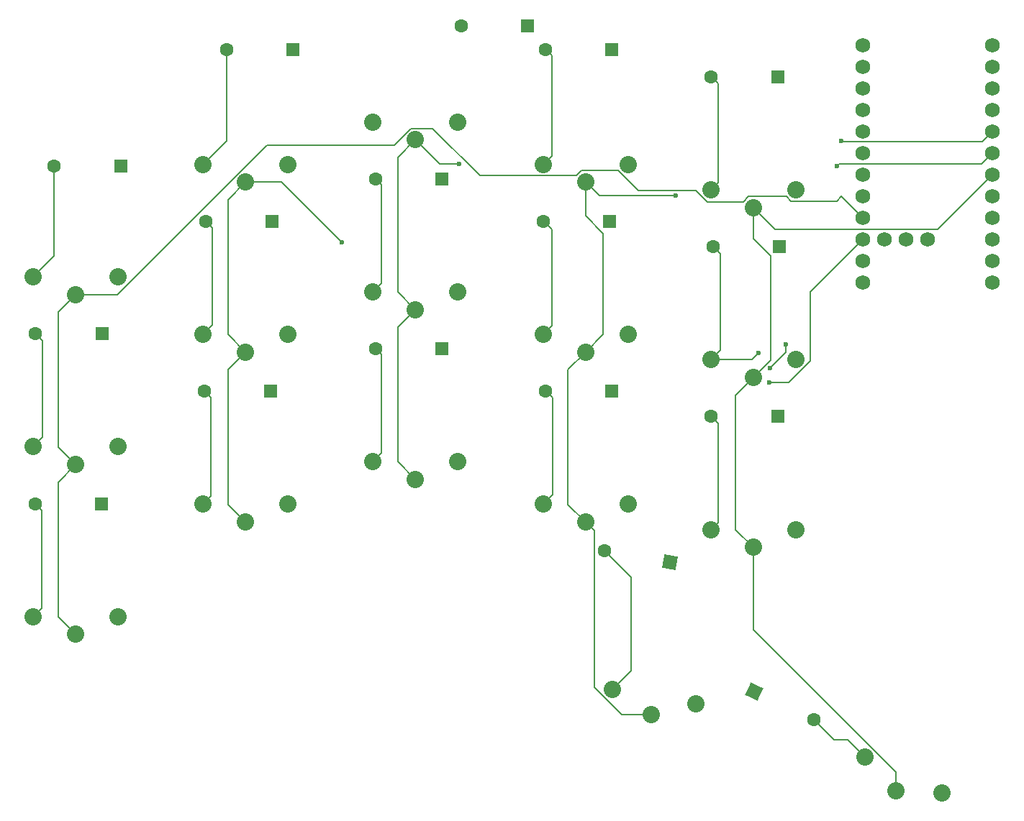
<source format=gbr>
%TF.GenerationSoftware,KiCad,Pcbnew,9.0.2*%
%TF.CreationDate,2025-05-24T14:32:54-04:00*%
%TF.ProjectId,ErgoDecks,4572676f-4465-4636-9b73-2e6b69636164,rev?*%
%TF.SameCoordinates,Original*%
%TF.FileFunction,Copper,L1,Top*%
%TF.FilePolarity,Positive*%
%FSLAX46Y46*%
G04 Gerber Fmt 4.6, Leading zero omitted, Abs format (unit mm)*
G04 Created by KiCad (PCBNEW 9.0.2) date 2025-05-24 14:32:54*
%MOMM*%
%LPD*%
G01*
G04 APERTURE LIST*
G04 Aperture macros list*
%AMRotRect*
0 Rectangle, with rotation*
0 The origin of the aperture is its center*
0 $1 length*
0 $2 width*
0 $3 Rotation angle, in degrees counterclockwise*
0 Add horizontal line*
21,1,$1,$2,0,0,$3*%
G04 Aperture macros list end*
%TA.AperFunction,ComponentPad*%
%ADD10C,2.032000*%
%TD*%
%TA.AperFunction,ComponentPad*%
%ADD11C,1.752600*%
%TD*%
%TA.AperFunction,ComponentPad*%
%ADD12R,1.600000X1.600000*%
%TD*%
%TA.AperFunction,ComponentPad*%
%ADD13C,1.600000*%
%TD*%
%TA.AperFunction,ComponentPad*%
%ADD14RotRect,1.600000X1.600000X170.000000*%
%TD*%
%TA.AperFunction,ComponentPad*%
%ADD15RotRect,1.600000X1.600000X335.000000*%
%TD*%
%TA.AperFunction,ViaPad*%
%ADD16C,0.600000*%
%TD*%
%TA.AperFunction,Conductor*%
%ADD17C,0.200000*%
%TD*%
G04 APERTURE END LIST*
D10*
%TO.P,K15,1*%
%TO.N,/Col4*%
X107150000Y-115650000D03*
%TO.P,K15,2*%
%TO.N,Net-(D15-A)*%
X102150000Y-113550000D03*
X112150000Y-113550000D03*
%TD*%
%TO.P,K1,1*%
%TO.N,/Col0*%
X27400000Y-85900000D03*
%TO.P,K1,2*%
%TO.N,Net-(D1-A)*%
X22400000Y-83800000D03*
X32400000Y-83800000D03*
%TD*%
%TO.P,K17,1*%
%TO.N,/Col4*%
X123906552Y-144347216D03*
%TO.P,K17,2*%
%TO.N,Net-(D17-A)*%
X120262512Y-140330878D03*
X129325590Y-144557061D03*
%TD*%
%TO.P,K9,1*%
%TO.N,/Col2*%
X67400000Y-107650000D03*
%TO.P,K9,2*%
%TO.N,Net-(D9-A)*%
X62400000Y-105550000D03*
X72400000Y-105550000D03*
%TD*%
%TO.P,K16,1*%
%TO.N,/Col3*%
X95125476Y-135310366D03*
%TO.P,K16,2*%
%TO.N,Net-(D16-A)*%
X90566098Y-132374029D03*
X100414176Y-134110510D03*
%TD*%
%TO.P,K5,1*%
%TO.N,/Col1*%
X47400000Y-92650000D03*
%TO.P,K5,2*%
%TO.N,Net-(D5-A)*%
X42400000Y-90550000D03*
X52400000Y-90550000D03*
%TD*%
D11*
%TO.P,U1,1,TX0/P0.06*%
%TO.N,unconnected-(U1-TX0{slash}P0.06-Pad1)*%
X120030000Y-56530000D03*
%TO.P,U1,2,RX1/P0.08*%
%TO.N,unconnected-(U1-RX1{slash}P0.08-Pad2)*%
X120030000Y-59070000D03*
%TO.P,U1,3,GND*%
%TO.N,unconnected-(U1-GND-Pad3)*%
X120030000Y-61610000D03*
%TO.P,U1,4,GND*%
%TO.N,unconnected-(U1-GND-Pad4)*%
X120030000Y-64150000D03*
%TO.P,U1,5,P0.17*%
%TO.N,/Row0*%
X120030000Y-66690000D03*
%TO.P,U1,6,P0.20*%
%TO.N,/Row1*%
X120030000Y-69230000D03*
%TO.P,U1,7,P0.22*%
%TO.N,/Row2*%
X120030000Y-71770000D03*
%TO.P,U1,8,P0.24*%
%TO.N,/Row3*%
X120030000Y-74310000D03*
%TO.P,U1,9,P1.00*%
%TO.N,/Col0*%
X120030000Y-76850000D03*
%TO.P,U1,10,P0.11*%
%TO.N,/Col1*%
X120030000Y-79390000D03*
%TO.P,U1,11,P1.04*%
%TO.N,unconnected-(U1-P1.04-Pad11)*%
X120030000Y-81930000D03*
%TO.P,U1,12,P1.06*%
%TO.N,unconnected-(U1-P1.06-Pad12)*%
X120030000Y-84470000D03*
%TO.P,U1,13,NFC1/P0.09*%
%TO.N,unconnected-(U1-NFC1{slash}P0.09-Pad13)*%
X135270000Y-84470000D03*
%TO.P,U1,14,NFC2/P0.10*%
%TO.N,unconnected-(U1-NFC2{slash}P0.10-Pad14)*%
X135270000Y-81930000D03*
%TO.P,U1,15,P1.11*%
%TO.N,unconnected-(U1-P1.11-Pad15)*%
X135270000Y-79390000D03*
%TO.P,U1,16,P1.13*%
%TO.N,unconnected-(U1-P1.13-Pad16)*%
X135270000Y-76850000D03*
%TO.P,U1,17,P1.15*%
%TO.N,unconnected-(U1-P1.15-Pad17)*%
X135270000Y-74310000D03*
%TO.P,U1,18,AIN0/P0.02*%
%TO.N,/Col4*%
X135270000Y-71770000D03*
%TO.P,U1,19,AIN5/P0.29*%
%TO.N,/Col3*%
X135270000Y-69230000D03*
%TO.P,U1,20,AIN7/P0.31*%
%TO.N,/Col2*%
X135270000Y-66690000D03*
%TO.P,U1,21,VCC*%
%TO.N,unconnected-(U1-VCC-Pad21)*%
X135270000Y-64150000D03*
%TO.P,U1,22,RST*%
%TO.N,unconnected-(U1-RST-Pad22)*%
X135270000Y-61610000D03*
%TO.P,U1,23,GND*%
%TO.N,unconnected-(U1-GND-Pad23)*%
X135270000Y-59070000D03*
%TO.P,U1,24,BATIN/P0.04*%
%TO.N,unconnected-(U1-BATIN{slash}P0.04-Pad24)*%
X135270000Y-56530000D03*
%TO.P,U1,31,P1.01*%
%TO.N,unconnected-(U1-P1.01-Pad31)*%
X122570000Y-79390000D03*
%TO.P,U1,32,P1.02*%
%TO.N,unconnected-(U1-P1.02-Pad32)*%
X125110000Y-79390000D03*
%TO.P,U1,33,P1.07*%
%TO.N,unconnected-(U1-P1.07-Pad33)*%
X127650000Y-79390000D03*
%TD*%
D10*
%TO.P,K6,1*%
%TO.N,/Col1*%
X47400000Y-112650000D03*
%TO.P,K6,2*%
%TO.N,Net-(D6-A)*%
X42400000Y-110550000D03*
X52400000Y-110550000D03*
%TD*%
%TO.P,K4,1*%
%TO.N,/Col1*%
X47400000Y-72650000D03*
%TO.P,K4,2*%
%TO.N,Net-(D4-A)*%
X42400000Y-70550000D03*
X52400000Y-70550000D03*
%TD*%
%TO.P,K3,1*%
%TO.N,/Col0*%
X27400000Y-125900000D03*
%TO.P,K3,2*%
%TO.N,Net-(D3-A)*%
X22400000Y-123800000D03*
X32400000Y-123800000D03*
%TD*%
%TO.P,K7,1*%
%TO.N,/Col2*%
X67400000Y-67650000D03*
%TO.P,K7,2*%
%TO.N,Net-(D7-A)*%
X62400000Y-65550000D03*
X72400000Y-65550000D03*
%TD*%
%TO.P,K8,1*%
%TO.N,/Col2*%
X67400000Y-87650000D03*
%TO.P,K8,2*%
%TO.N,Net-(D8-A)*%
X62400000Y-85550000D03*
X72400000Y-85550000D03*
%TD*%
%TO.P,K13,1*%
%TO.N,/Col4*%
X107150000Y-75650000D03*
%TO.P,K13,2*%
%TO.N,Net-(D13-A)*%
X102150000Y-73550000D03*
X112150000Y-73550000D03*
%TD*%
%TO.P,K2,1*%
%TO.N,/Col0*%
X27400000Y-105900000D03*
%TO.P,K2,2*%
%TO.N,Net-(D2-A)*%
X22400000Y-103800000D03*
X32400000Y-103800000D03*
%TD*%
%TO.P,K11,1*%
%TO.N,/Col3*%
X87400000Y-92650000D03*
%TO.P,K11,2*%
%TO.N,Net-(D11-A)*%
X82400000Y-90550000D03*
X92400000Y-90550000D03*
%TD*%
%TO.P,K14,1*%
%TO.N,/Col4*%
X107150000Y-95650000D03*
%TO.P,K14,2*%
%TO.N,Net-(D14-A)*%
X102150000Y-93550000D03*
X112150000Y-93550000D03*
%TD*%
%TO.P,K10,1*%
%TO.N,/Col3*%
X87400000Y-72650000D03*
%TO.P,K10,2*%
%TO.N,Net-(D10-A)*%
X82400000Y-70550000D03*
X92400000Y-70550000D03*
%TD*%
%TO.P,K12,1*%
%TO.N,/Col3*%
X87400000Y-112650000D03*
%TO.P,K12,2*%
%TO.N,Net-(D12-A)*%
X82400000Y-110550000D03*
X92400000Y-110550000D03*
%TD*%
D12*
%TO.P,D3,1,K*%
%TO.N,/Row2*%
X30425000Y-110500000D03*
D13*
%TO.P,D3,2,A*%
%TO.N,Net-(D3-A)*%
X22625000Y-110500000D03*
%TD*%
D12*
%TO.P,D7,1,K*%
%TO.N,/Row0*%
X80575000Y-54250000D03*
D13*
%TO.P,D7,2,A*%
%TO.N,Net-(D7-A)*%
X72775000Y-54250000D03*
%TD*%
D12*
%TO.P,D11,1,K*%
%TO.N,/Row1*%
X90250000Y-77250000D03*
D13*
%TO.P,D11,2,A*%
%TO.N,Net-(D11-A)*%
X82450000Y-77250000D03*
%TD*%
D12*
%TO.P,D8,1,K*%
%TO.N,/Row1*%
X70500000Y-72250000D03*
D13*
%TO.P,D8,2,A*%
%TO.N,Net-(D8-A)*%
X62700000Y-72250000D03*
%TD*%
D12*
%TO.P,D2,1,K*%
%TO.N,/Row1*%
X30500000Y-90500000D03*
D13*
%TO.P,D2,2,A*%
%TO.N,Net-(D2-A)*%
X22700000Y-90500000D03*
%TD*%
D12*
%TO.P,D6,1,K*%
%TO.N,/Row2*%
X50324999Y-97250000D03*
D13*
%TO.P,D6,2,A*%
%TO.N,Net-(D6-A)*%
X42525001Y-97250000D03*
%TD*%
D12*
%TO.P,D15,1,K*%
%TO.N,/Row2*%
X110000000Y-100250000D03*
D13*
%TO.P,D15,2,A*%
%TO.N,Net-(D15-A)*%
X102200000Y-100250000D03*
%TD*%
D12*
%TO.P,D13,1,K*%
%TO.N,/Row0*%
X110000000Y-60250000D03*
D13*
%TO.P,D13,2,A*%
%TO.N,Net-(D13-A)*%
X102200000Y-60250000D03*
%TD*%
D12*
%TO.P,D10,1,K*%
%TO.N,/Row0*%
X90500000Y-57000000D03*
D13*
%TO.P,D10,2,A*%
%TO.N,Net-(D10-A)*%
X82700000Y-57000000D03*
%TD*%
D12*
%TO.P,D12,1,K*%
%TO.N,/Row2*%
X90500000Y-97250000D03*
D13*
%TO.P,D12,2,A*%
%TO.N,Net-(D12-A)*%
X82700000Y-97250000D03*
%TD*%
D14*
%TO.P,D16,1,K*%
%TO.N,/Row3*%
X97340750Y-117427228D03*
D13*
%TO.P,D16,2,A*%
%TO.N,Net-(D16-A)*%
X89659250Y-116072772D03*
%TD*%
D12*
%TO.P,D9,1,K*%
%TO.N,/Row2*%
X70500000Y-92250000D03*
D13*
%TO.P,D9,2,A*%
%TO.N,Net-(D9-A)*%
X62700000Y-92250000D03*
%TD*%
D15*
%TO.P,D17,1,K*%
%TO.N,/Row3*%
X107215400Y-132601789D03*
D13*
%TO.P,D17,2,A*%
%TO.N,Net-(D17-A)*%
X114284600Y-135898211D03*
%TD*%
D12*
%TO.P,D1,1,K*%
%TO.N,/Row0*%
X32700000Y-70750000D03*
D13*
%TO.P,D1,2,A*%
%TO.N,Net-(D1-A)*%
X24900000Y-70750000D03*
%TD*%
D12*
%TO.P,D5,1,K*%
%TO.N,/Row1*%
X50500000Y-77250000D03*
D13*
%TO.P,D5,2,A*%
%TO.N,Net-(D5-A)*%
X42700000Y-77250000D03*
%TD*%
D12*
%TO.P,D4,1,K*%
%TO.N,/Row0*%
X52950000Y-57000000D03*
D13*
%TO.P,D4,2,A*%
%TO.N,Net-(D4-A)*%
X45150000Y-57000000D03*
%TD*%
D12*
%TO.P,D14,1,K*%
%TO.N,/Row1*%
X110250000Y-80250000D03*
D13*
%TO.P,D14,2,A*%
%TO.N,Net-(D14-A)*%
X102450000Y-80250000D03*
%TD*%
D16*
%TO.N,Net-(D14-A)*%
X111000000Y-91750000D03*
X109074265Y-94574265D03*
X107750000Y-92750000D03*
%TO.N,/Col1*%
X58750000Y-79750000D03*
X109000000Y-96250000D03*
%TO.N,/Col2*%
X72500000Y-70500000D03*
X117500000Y-67750000D03*
%TO.N,/Col3*%
X98000000Y-74250000D03*
X117000000Y-70750000D03*
%TD*%
D17*
%TO.N,Net-(D1-A)*%
X24900000Y-81300000D02*
X22400000Y-83800000D01*
X24900000Y-70750000D02*
X24900000Y-81300000D01*
%TO.N,Net-(D2-A)*%
X23499999Y-91299999D02*
X23499999Y-102700001D01*
X23499999Y-102700001D02*
X22400000Y-103800000D01*
X22700000Y-90500000D02*
X23499999Y-91299999D01*
%TO.N,Net-(D3-A)*%
X22625000Y-110500000D02*
X23424999Y-111299999D01*
X23424999Y-111299999D02*
X23424999Y-122775001D01*
X23424999Y-122775001D02*
X22400000Y-123800000D01*
%TO.N,Net-(D4-A)*%
X45150000Y-67800000D02*
X42400000Y-70550000D01*
X45150000Y-57000000D02*
X45150000Y-67800000D01*
%TO.N,Net-(D5-A)*%
X43499999Y-78049999D02*
X43499999Y-89450001D01*
X42700000Y-77250000D02*
X43499999Y-78049999D01*
X43499999Y-89450001D02*
X42400000Y-90550000D01*
%TO.N,Net-(D6-A)*%
X43325000Y-109625000D02*
X42400000Y-110550000D01*
X42525001Y-97250000D02*
X43325000Y-98049999D01*
X43325000Y-98049999D02*
X43325000Y-109625000D01*
%TO.N,Net-(D8-A)*%
X63415999Y-72965999D02*
X62700000Y-72250000D01*
X62400000Y-85550000D02*
X63415999Y-84534001D01*
X63415999Y-84534001D02*
X63415999Y-72965999D01*
%TO.N,Net-(D9-A)*%
X63415999Y-104534001D02*
X63415999Y-92965999D01*
X62400000Y-105550000D02*
X63415999Y-104534001D01*
X63415999Y-92965999D02*
X62700000Y-92250000D01*
%TO.N,Net-(D10-A)*%
X83415999Y-57715999D02*
X82700000Y-57000000D01*
X82400000Y-70550000D02*
X83415999Y-69534001D01*
X83415999Y-69534001D02*
X83415999Y-57715999D01*
%TO.N,Net-(D11-A)*%
X83415999Y-78215999D02*
X82450000Y-77250000D01*
X83415999Y-89534001D02*
X83415999Y-78215999D01*
X82400000Y-90550000D02*
X83415999Y-89534001D01*
%TO.N,Net-(D12-A)*%
X82700000Y-97250000D02*
X83499999Y-98049999D01*
X83499999Y-98049999D02*
X83499999Y-109450001D01*
X83499999Y-109450001D02*
X82400000Y-110550000D01*
%TO.N,Net-(D13-A)*%
X102200000Y-60250000D02*
X102999999Y-61049999D01*
X102999999Y-72700001D02*
X102150000Y-73550000D01*
X102999999Y-61049999D02*
X102999999Y-72700001D01*
%TO.N,Net-(D14-A)*%
X102450000Y-80250000D02*
X103249999Y-81049999D01*
X111000000Y-91750000D02*
X111000000Y-92648530D01*
X103249999Y-81049999D02*
X103249999Y-92450001D01*
X103249999Y-92450001D02*
X102150000Y-93550000D01*
X106950000Y-93550000D02*
X102150000Y-93550000D01*
X107750000Y-92750000D02*
X106950000Y-93550000D01*
X111000000Y-92648530D02*
X109074265Y-94574265D01*
%TO.N,Net-(D15-A)*%
X102999999Y-101049999D02*
X102999999Y-112700001D01*
X102999999Y-112700001D02*
X102150000Y-113550000D01*
X102200000Y-100250000D02*
X102999999Y-101049999D01*
%TO.N,Net-(D16-A)*%
X92750269Y-130189858D02*
X90566098Y-132374029D01*
X92750269Y-119163791D02*
X92750269Y-130189858D01*
X89659250Y-116072772D02*
X92750269Y-119163791D01*
%TO.N,Net-(D17-A)*%
X116675669Y-138289280D02*
X114284600Y-135898211D01*
X120262512Y-140330878D02*
X118220914Y-138289280D01*
X118220914Y-138289280D02*
X116675669Y-138289280D01*
%TO.N,/Col0*%
X25334500Y-107965500D02*
X25334500Y-123834500D01*
X27400000Y-105900000D02*
X25334500Y-107965500D01*
X111070480Y-74333000D02*
X111604480Y-74867000D01*
X105937480Y-75000000D02*
X106604480Y-74333000D01*
X93636480Y-73649000D02*
X100386480Y-73649000D01*
X111604480Y-74867000D02*
X116979000Y-74867000D01*
X106604480Y-74333000D02*
X111070480Y-74333000D01*
X64937480Y-68250000D02*
X66854480Y-66333000D01*
X27400000Y-85900000D02*
X25334500Y-87965500D01*
X116979000Y-74867000D02*
X117513000Y-74333000D01*
X101737480Y-75000000D02*
X105937480Y-75000000D01*
X49937480Y-68250000D02*
X64937480Y-68250000D01*
X32287480Y-85900000D02*
X49937480Y-68250000D01*
X25334500Y-87965500D02*
X25334500Y-103834500D01*
X27400000Y-85900000D02*
X32287480Y-85900000D01*
X86937480Y-71250000D02*
X91237480Y-71250000D01*
X100386480Y-73649000D02*
X101737480Y-75000000D01*
X25334500Y-103834500D02*
X27400000Y-105900000D01*
X86320480Y-71867000D02*
X86937480Y-71250000D01*
X74959950Y-71867000D02*
X86320480Y-71867000D01*
X66854480Y-66333000D02*
X69425950Y-66333000D01*
X117513000Y-74333000D02*
X120030000Y-76850000D01*
X91237480Y-71250000D02*
X93636480Y-73649000D01*
X69425950Y-66333000D02*
X74959950Y-71867000D01*
X25334500Y-123834500D02*
X27400000Y-125900000D01*
%TO.N,/Col1*%
X45334500Y-94715500D02*
X45334500Y-110584500D01*
X113851900Y-93710620D02*
X111312520Y-96250000D01*
X47400000Y-72650000D02*
X45334500Y-74715500D01*
X45334500Y-110584500D02*
X47400000Y-112650000D01*
X111312520Y-96250000D02*
X109000000Y-96250000D01*
X47400000Y-92650000D02*
X45334500Y-94715500D01*
X113851900Y-85568100D02*
X113851900Y-93710620D01*
X45334500Y-90584500D02*
X47400000Y-92650000D01*
X47400000Y-72650000D02*
X51650000Y-72650000D01*
X120030000Y-79390000D02*
X113851900Y-85568100D01*
X51650000Y-72650000D02*
X58750000Y-79750000D01*
X45334500Y-74715500D02*
X45334500Y-90584500D01*
%TO.N,/Col2*%
X117500000Y-67750000D02*
X117617300Y-67867300D01*
X65334500Y-69715500D02*
X65334500Y-85584500D01*
X70250000Y-70500000D02*
X72500000Y-70500000D01*
X67400000Y-67650000D02*
X70250000Y-70500000D01*
X117617300Y-67867300D02*
X134092700Y-67867300D01*
X65334500Y-89715500D02*
X65334500Y-105584500D01*
X134092700Y-67867300D02*
X135270000Y-66690000D01*
X67400000Y-87650000D02*
X65334500Y-89715500D01*
X65334500Y-105584500D02*
X67400000Y-107650000D01*
X67400000Y-67650000D02*
X65334500Y-69715500D01*
X65334500Y-85584500D02*
X67400000Y-87650000D01*
%TO.N,/Col3*%
X88415999Y-113665999D02*
X87400000Y-112650000D01*
X88415999Y-132086450D02*
X88415999Y-113665999D01*
X91639915Y-135310366D02*
X88415999Y-132086450D01*
X87400000Y-72650000D02*
X89000000Y-74250000D01*
X85334500Y-110584500D02*
X87400000Y-112650000D01*
X89465500Y-90584500D02*
X87400000Y-92650000D01*
X95125476Y-135310366D02*
X91639915Y-135310366D01*
X89000000Y-74250000D02*
X98000000Y-74250000D01*
X134000000Y-70500000D02*
X135270000Y-69230000D01*
X117250000Y-70500000D02*
X134000000Y-70500000D01*
X85334500Y-94715500D02*
X85334500Y-110584500D01*
X89465500Y-78667500D02*
X89465500Y-90584500D01*
X87400000Y-92650000D02*
X85334500Y-94715500D01*
X87400000Y-72650000D02*
X87400000Y-76602000D01*
X87400000Y-76602000D02*
X89465500Y-78667500D01*
X117000000Y-70750000D02*
X117250000Y-70500000D01*
%TO.N,/Col4*%
X128827300Y-78212700D02*
X135270000Y-71770000D01*
X123906552Y-142112398D02*
X107150000Y-125355846D01*
X107150000Y-79285500D02*
X107150000Y-75650000D01*
X105084500Y-113584500D02*
X105084500Y-97715500D01*
X123906552Y-144347216D02*
X123906552Y-142112398D01*
X107150000Y-75650000D02*
X109712700Y-78212700D01*
X107150000Y-115650000D02*
X105084500Y-113584500D01*
X109215500Y-93584500D02*
X109215500Y-81351000D01*
X109712700Y-78212700D02*
X128827300Y-78212700D01*
X107150000Y-125355846D02*
X107150000Y-115650000D01*
X107150000Y-95650000D02*
X109215500Y-93584500D01*
X105084500Y-97715500D02*
X107150000Y-95650000D01*
X109215500Y-81351000D02*
X107150000Y-79285500D01*
%TD*%
M02*

</source>
